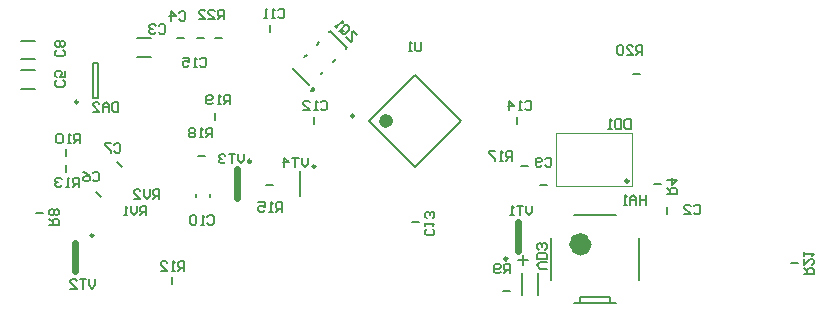
<source format=gbo>
G04 Layer_Color=32896*
%FSLAX44Y44*%
%MOMM*%
G71*
G01*
G75*
%ADD22C,0.2500*%
%ADD42C,0.2540*%
%ADD44C,0.2000*%
%ADD46C,0.1000*%
%ADD47C,0.1800*%
%ADD48C,0.1600*%
%ADD77C,0.4000*%
%ADD78C,0.6000*%
%ADD79C,1.0000*%
D22*
X121250Y69000D02*
G03*
X121250Y69000I-1250J0D01*
G01*
X108250Y182000D02*
G03*
X108250Y182000I-1250J0D01*
G01*
X471750Y49250D02*
G03*
X471750Y49250I-1250J0D01*
G01*
X341954Y170222D02*
G03*
X341954Y170222I-1250J0D01*
G01*
X254750Y131750D02*
G03*
X254750Y131750I-1250J0D01*
G01*
X309250Y127500D02*
G03*
X309250Y127500I-1250J0D01*
G01*
D42*
X574414Y115000D02*
G03*
X574414Y115000I-1414J0D01*
G01*
D44*
X60000Y209000D02*
X72000D01*
X60000Y193000D02*
X72000D01*
X158000Y236000D02*
X170000D01*
X158000Y220000D02*
X170000D01*
X120500Y185000D02*
Y215000D01*
X125500Y185000D02*
Y215000D01*
X120500Y185000D02*
X125500D01*
X120500Y215000D02*
X125500D01*
X98000Y136000D02*
Y142000D01*
Y123000D02*
Y129000D01*
X224000Y236000D02*
X230000D01*
X271000Y241000D02*
Y247000D01*
X308000Y163000D02*
Y169000D01*
X607000Y87000D02*
Y93000D01*
X480000Y163000D02*
Y169000D01*
X483000Y128000D02*
X489000D01*
X60000Y234000D02*
X72000D01*
X60000Y218000D02*
X72000D01*
X299565Y219707D02*
X301686Y221828D01*
X310172Y230314D02*
X312293Y232435D01*
X324314Y216172D02*
X326435Y218293D01*
X313707Y205565D02*
X315828Y207686D01*
X334920Y226778D02*
X335981Y227839D01*
X321839Y241981D02*
X335981Y227839D01*
X320778Y240920D02*
X321839Y241981D01*
X304161Y196019D02*
X305045Y196903D01*
X290019Y210161D02*
X304161Y196019D01*
X290019Y210161D02*
X290903Y211045D01*
X354846Y165979D02*
X393737Y204870D01*
Y127088D02*
X432627Y165979D01*
X354846D02*
X393737Y127088D01*
Y204870D02*
X432627Y165979D01*
X220000Y101500D02*
Y104500D01*
X208000Y101500D02*
Y104500D01*
X267000Y112000D02*
X273000D01*
X296000Y102000D02*
Y124000D01*
X210000Y136000D02*
X216000D01*
X224000Y167000D02*
Y173000D01*
X192000Y236000D02*
X198000D01*
X123293Y106121D02*
X127535Y101879D01*
X141163Y130991D02*
X145406Y126749D01*
X73000Y88000D02*
X79000D01*
X468000Y22000D02*
X474000D01*
X596000Y113000D02*
X602000D01*
X578000Y206000D02*
X584000D01*
X712000Y46000D02*
X718000D01*
X499000Y112000D02*
X505000D01*
X391000Y80000D02*
X397000D01*
X209000Y236000D02*
X215000D01*
X188000Y28000D02*
Y34000D01*
X484000Y19000D02*
Y37000D01*
X498000Y19000D02*
Y37000D01*
X533500Y11500D02*
Y16500D01*
X558500D01*
Y11500D02*
Y16500D01*
X528500Y86500D02*
X563500D01*
X508500Y31500D02*
Y66500D01*
X528500Y11500D02*
X563500D01*
X583500Y31500D02*
Y66500D01*
D46*
X512500Y110500D02*
X577500D01*
X512500D02*
Y155500D01*
X577500D01*
Y110500D02*
Y155500D01*
D47*
X177000Y100000D02*
Y107997D01*
X173001D01*
X171668Y106664D01*
Y103999D01*
X173001Y102666D01*
X177000D01*
X174334D02*
X171668Y100000D01*
X169003Y107997D02*
Y102666D01*
X166337Y100000D01*
X163671Y102666D01*
Y107997D01*
X155674Y100000D02*
X161005D01*
X155674Y105332D01*
Y106664D01*
X157006Y107997D01*
X159672D01*
X161005Y106664D01*
X166000Y86000D02*
Y93997D01*
X162001D01*
X160668Y92664D01*
Y89999D01*
X162001Y88666D01*
X166000D01*
X163334D02*
X160668Y86000D01*
X158003Y93997D02*
Y88666D01*
X155337Y86000D01*
X152671Y88666D01*
Y93997D01*
X150005Y86000D02*
X147339D01*
X148672D01*
Y93997D01*
X150005Y92664D01*
X629668Y93665D02*
X631001Y94997D01*
X633667D01*
X635000Y93665D01*
Y88333D01*
X633667Y87000D01*
X631001D01*
X629668Y88333D01*
X621671Y87000D02*
X627003D01*
X621671Y92332D01*
Y93665D01*
X623004Y94997D01*
X625670D01*
X627003Y93665D01*
X344655Y238655D02*
X340885Y242425D01*
X339943Y241483D01*
Y233943D01*
X339000Y233000D01*
X335230Y236770D01*
X330518Y243368D02*
X334287Y247138D01*
X336172D01*
X338058Y245253D01*
X338058Y243368D01*
X334287Y239597D01*
X332402D01*
X330517Y241483D01*
X333345Y242425D02*
X329575D01*
X330517Y241483D02*
X330518Y243368D01*
X327690Y244310D02*
X325805Y246195D01*
X326747Y245253D01*
X332402Y250908D01*
X332402Y249023D01*
X303000Y134997D02*
Y129666D01*
X300334Y127000D01*
X297668Y129666D01*
Y134997D01*
X295003D02*
X289671D01*
X292337D01*
Y127000D01*
X283006D02*
Y134997D01*
X287005Y130999D01*
X281674D01*
X249000Y137997D02*
Y132666D01*
X246334Y130000D01*
X243668Y132666D01*
Y137997D01*
X241003D02*
X235671D01*
X238337D01*
Y130000D01*
X233005Y136664D02*
X231672Y137997D01*
X229007D01*
X227674Y136664D01*
Y135332D01*
X229007Y133999D01*
X230339D01*
X229007D01*
X227674Y132666D01*
Y131333D01*
X229007Y130000D01*
X231672D01*
X233005Y131333D01*
X123000Y31997D02*
Y26666D01*
X120334Y24000D01*
X117668Y26666D01*
Y31997D01*
X115003D02*
X109671D01*
X112337D01*
Y24000D01*
X101674D02*
X107005D01*
X101674Y29332D01*
Y30665D01*
X103006Y31997D01*
X105672D01*
X107005Y30665D01*
X493000Y93997D02*
Y88666D01*
X490334Y86000D01*
X487668Y88666D01*
Y93997D01*
X485003D02*
X479671D01*
X482337D01*
Y86000D01*
X477005D02*
X474339D01*
X475672D01*
Y93997D01*
X477005Y92664D01*
X504997Y41000D02*
X499666D01*
X497000Y43666D01*
X499666Y46332D01*
X504997D01*
Y48997D02*
X497000D01*
Y52996D01*
X498333Y54329D01*
X503665D01*
X504997Y52996D01*
Y48997D01*
X503665Y56995D02*
X504997Y58328D01*
Y60994D01*
X503665Y62326D01*
X502332D01*
X500999Y60994D01*
Y59661D01*
Y60994D01*
X499666Y62326D01*
X498333D01*
X497000Y60994D01*
Y58328D01*
X498333Y56995D01*
X399000Y232997D02*
Y226333D01*
X397667Y225000D01*
X395001D01*
X393668Y226333D01*
Y232997D01*
X391003Y225000D02*
X388337D01*
X389670D01*
Y232997D01*
X391003Y231665D01*
X109000Y110000D02*
Y117997D01*
X105001D01*
X103668Y116664D01*
Y113999D01*
X105001Y112666D01*
X109000D01*
X106334D02*
X103668Y110000D01*
X101003D02*
X98337D01*
X99670D01*
Y117997D01*
X101003Y116664D01*
X94338D02*
X93005Y117997D01*
X90339D01*
X89007Y116664D01*
Y115332D01*
X90339Y113999D01*
X91672D01*
X90339D01*
X89007Y112666D01*
Y111333D01*
X90339Y110000D01*
X93005D01*
X94338Y111333D01*
X110000Y147000D02*
Y154997D01*
X106001D01*
X104668Y153665D01*
Y150999D01*
X106001Y149666D01*
X110000D01*
X107334D02*
X104668Y147000D01*
X102003D02*
X99337D01*
X100670D01*
Y154997D01*
X102003Y153665D01*
X95338D02*
X94005Y154997D01*
X91339D01*
X90006Y153665D01*
Y148333D01*
X91339Y147000D01*
X94005D01*
X95338Y148333D01*
Y153665D01*
X723000Y36000D02*
X730997D01*
Y39999D01*
X729665Y41332D01*
X726999D01*
X725666Y39999D01*
Y36000D01*
Y38666D02*
X723000Y41332D01*
Y49329D02*
Y43997D01*
X728332Y49329D01*
X729665D01*
X730997Y47996D01*
Y45330D01*
X729665Y43997D01*
X723000Y51995D02*
Y54661D01*
Y53328D01*
X730997D01*
X729665Y51995D01*
X586000Y222000D02*
Y229997D01*
X582001D01*
X580668Y228664D01*
Y225999D01*
X582001Y224666D01*
X586000D01*
X583334D02*
X580668Y222000D01*
X572671D02*
X578003D01*
X572671Y227332D01*
Y228664D01*
X574004Y229997D01*
X576670D01*
X578003Y228664D01*
X570005D02*
X568672Y229997D01*
X566006D01*
X564674Y228664D01*
Y223333D01*
X566006Y222000D01*
X568672D01*
X570005Y223333D01*
Y228664D01*
X607000Y104000D02*
X614997D01*
Y107999D01*
X613665Y109332D01*
X610999D01*
X609666Y107999D01*
Y104000D01*
Y106666D02*
X607000Y109332D01*
Y115996D02*
X614997D01*
X610999Y111997D01*
Y117329D01*
X232000Y252000D02*
Y259997D01*
X228001D01*
X226668Y258664D01*
Y255999D01*
X228001Y254666D01*
X232000D01*
X229334D02*
X226668Y252000D01*
X218671D02*
X224003D01*
X218671Y257332D01*
Y258664D01*
X220004Y259997D01*
X222670D01*
X224003Y258664D01*
X210674Y252000D02*
X216005D01*
X210674Y257332D01*
Y258664D01*
X212006Y259997D01*
X214672D01*
X216005Y258664D01*
X237000Y180000D02*
Y187997D01*
X233001D01*
X231668Y186665D01*
Y183999D01*
X233001Y182666D01*
X237000D01*
X234334D02*
X231668Y180000D01*
X229003D02*
X226337D01*
X227670D01*
Y187997D01*
X229003Y186665D01*
X222338Y181333D02*
X221005Y180000D01*
X218339D01*
X217006Y181333D01*
Y186665D01*
X218339Y187997D01*
X221005D01*
X222338Y186665D01*
Y185332D01*
X221005Y183999D01*
X217006D01*
X222000Y152000D02*
Y159997D01*
X218001D01*
X216668Y158665D01*
Y155999D01*
X218001Y154666D01*
X222000D01*
X219334D02*
X216668Y152000D01*
X214003D02*
X211337D01*
X212670D01*
Y159997D01*
X214003Y158665D01*
X207338D02*
X206005Y159997D01*
X203339D01*
X202006Y158665D01*
Y157332D01*
X203339Y155999D01*
X202006Y154666D01*
Y153333D01*
X203339Y152000D01*
X206005D01*
X207338Y153333D01*
Y154666D01*
X206005Y155999D01*
X207338Y157332D01*
Y158665D01*
X206005Y155999D02*
X203339D01*
X475773Y132361D02*
Y140359D01*
X471774D01*
X470441Y139026D01*
Y136360D01*
X471774Y135027D01*
X475773D01*
X473107D02*
X470441Y132361D01*
X467775D02*
X465109D01*
X466442D01*
Y140359D01*
X467775Y139026D01*
X461110Y140359D02*
X455779D01*
Y139026D01*
X461110Y133694D01*
Y132361D01*
X281000Y89000D02*
Y96997D01*
X277001D01*
X275668Y95665D01*
Y92999D01*
X277001Y91666D01*
X281000D01*
X278334D02*
X275668Y89000D01*
X273003D02*
X270337D01*
X271670D01*
Y96997D01*
X273003Y95665D01*
X261006Y96997D02*
X266338D01*
Y92999D01*
X263672Y94332D01*
X262339D01*
X261006Y92999D01*
Y90333D01*
X262339Y89000D01*
X265005D01*
X266338Y90333D01*
X198364Y39036D02*
Y47034D01*
X194365D01*
X193032Y45701D01*
Y43035D01*
X194365Y41702D01*
X198364D01*
X195698D02*
X193032Y39036D01*
X190366D02*
X187700D01*
X189033D01*
Y47034D01*
X190366Y45701D01*
X178370Y39036D02*
X183702D01*
X178370Y44368D01*
Y45701D01*
X179703Y47034D01*
X182369D01*
X183702Y45701D01*
X84000Y78000D02*
X91997D01*
Y81999D01*
X90665Y83332D01*
X87999D01*
X86666Y81999D01*
Y78000D01*
Y80666D02*
X84000Y83332D01*
X90665Y85997D02*
X91997Y87330D01*
Y89996D01*
X90665Y91329D01*
X89332D01*
X87999Y89996D01*
X86666Y91329D01*
X85333D01*
X84000Y89996D01*
Y87330D01*
X85333Y85997D01*
X86666D01*
X87999Y87330D01*
X89332Y85997D01*
X90665D01*
X87999Y87330D02*
Y89996D01*
X474000Y37000D02*
Y44997D01*
X470001D01*
X468668Y43664D01*
Y40999D01*
X470001Y39666D01*
X474000D01*
X471334D02*
X468668Y37000D01*
X466003Y38333D02*
X464670Y37000D01*
X462004D01*
X460671Y38333D01*
Y43664D01*
X462004Y44997D01*
X464670D01*
X466003Y43664D01*
Y42332D01*
X464670Y40999D01*
X460671D01*
X589000Y102997D02*
Y95000D01*
Y98999D01*
X583668D01*
Y102997D01*
Y95000D01*
X581003D02*
Y100332D01*
X578337Y102997D01*
X575671Y100332D01*
Y95000D01*
Y98999D01*
X581003D01*
X573005Y95000D02*
X570339D01*
X571672D01*
Y102997D01*
X573005Y101664D01*
X576000Y167497D02*
Y159500D01*
X572001D01*
X570668Y160833D01*
Y166164D01*
X572001Y167497D01*
X576000D01*
X568003D02*
Y159500D01*
X564004D01*
X562671Y160833D01*
Y166164D01*
X564004Y167497D01*
X568003D01*
X560005Y159500D02*
X557339D01*
X558672D01*
Y167497D01*
X560005Y166164D01*
X142371Y181747D02*
Y173750D01*
X138372D01*
X137039Y175083D01*
Y180415D01*
X138372Y181747D01*
X142371D01*
X134374Y173750D02*
Y179082D01*
X131708Y181747D01*
X129042Y179082D01*
Y173750D01*
Y177749D01*
X134374D01*
X121045Y173750D02*
X126376D01*
X121045Y179082D01*
Y180415D01*
X122378Y181747D01*
X125043D01*
X126376Y180415D01*
X211441Y218293D02*
X212774Y219626D01*
X215440D01*
X216772Y218293D01*
Y212962D01*
X215440Y211629D01*
X212774D01*
X211441Y212962D01*
X208775Y211629D02*
X206109D01*
X207442D01*
Y219626D01*
X208775Y218293D01*
X196779Y219626D02*
X202111D01*
Y215628D01*
X199445Y216961D01*
X198112D01*
X196779Y215628D01*
Y212962D01*
X198112Y211629D01*
X200778D01*
X202111Y212962D01*
X486668Y181665D02*
X488001Y182997D01*
X490667D01*
X492000Y181665D01*
Y176333D01*
X490667Y175000D01*
X488001D01*
X486668Y176333D01*
X484003Y175000D02*
X481337D01*
X482670D01*
Y182997D01*
X484003Y181665D01*
X473339Y175000D02*
Y182997D01*
X477338Y178999D01*
X472006D01*
X408665Y74332D02*
X409997Y72999D01*
Y70333D01*
X408665Y69000D01*
X403333D01*
X402000Y70333D01*
Y72999D01*
X403333Y74332D01*
X402000Y76997D02*
Y79663D01*
Y78330D01*
X409997D01*
X408665Y76997D01*
Y83662D02*
X409997Y84995D01*
Y87661D01*
X408665Y88994D01*
X407332D01*
X405999Y87661D01*
Y86328D01*
Y87661D01*
X404666Y88994D01*
X403333D01*
X402000Y87661D01*
Y84995D01*
X403333Y83662D01*
X313668Y181665D02*
X315001Y182997D01*
X317667D01*
X319000Y181665D01*
Y176333D01*
X317667Y175000D01*
X315001D01*
X313668Y176333D01*
X311003Y175000D02*
X308337D01*
X309670D01*
Y182997D01*
X311003Y181665D01*
X299006Y175000D02*
X304338D01*
X299006Y180332D01*
Y181665D01*
X300339Y182997D01*
X303005D01*
X304338Y181665D01*
X277668Y259664D02*
X279001Y260997D01*
X281667D01*
X283000Y259664D01*
Y254333D01*
X281667Y253000D01*
X279001D01*
X277668Y254333D01*
X275003Y253000D02*
X272337D01*
X273670D01*
Y260997D01*
X275003Y259664D01*
X268338Y253000D02*
X265672D01*
X267005D01*
Y260997D01*
X268338Y259664D01*
X503668Y133665D02*
X505001Y134997D01*
X507667D01*
X509000Y133665D01*
Y128333D01*
X507667Y127000D01*
X505001D01*
X503668Y128333D01*
X501003D02*
X499670Y127000D01*
X497004D01*
X495671Y128333D01*
Y133665D01*
X497004Y134997D01*
X499670D01*
X501003Y133665D01*
Y132332D01*
X499670Y130999D01*
X495671D01*
X95822Y225888D02*
X97155Y224555D01*
Y221889D01*
X95822Y220556D01*
X90490D01*
X89157Y221889D01*
Y224555D01*
X90490Y225888D01*
X95822Y228554D02*
X97155Y229887D01*
Y232553D01*
X95822Y233885D01*
X94489D01*
X93156Y232553D01*
X91823Y233885D01*
X90490D01*
X89157Y232553D01*
Y229887D01*
X90490Y228554D01*
X91823D01*
X93156Y229887D01*
X94489Y228554D01*
X95822D01*
X93156Y229887D02*
Y232553D01*
X138668Y145665D02*
X140001Y146997D01*
X142667D01*
X144000Y145665D01*
Y140333D01*
X142667Y139000D01*
X140001D01*
X138668Y140333D01*
X136003Y146997D02*
X130671D01*
Y145665D01*
X136003Y140333D01*
Y139000D01*
X120668Y121664D02*
X122001Y122997D01*
X124667D01*
X126000Y121664D01*
Y116333D01*
X124667Y115000D01*
X122001D01*
X120668Y116333D01*
X112671Y122997D02*
X115337Y121664D01*
X118003Y118999D01*
Y116333D01*
X116670Y115000D01*
X114004D01*
X112671Y116333D01*
Y117666D01*
X114004Y118999D01*
X118003D01*
X95665Y200332D02*
X96997Y198999D01*
Y196333D01*
X95665Y195000D01*
X90333D01*
X89000Y196333D01*
Y198999D01*
X90333Y200332D01*
X96997Y208329D02*
Y202997D01*
X92999D01*
X94332Y205663D01*
Y206996D01*
X92999Y208329D01*
X90333D01*
X89000Y206996D01*
Y204330D01*
X90333Y202997D01*
X193668Y257665D02*
X195001Y258997D01*
X197667D01*
X199000Y257665D01*
Y252333D01*
X197667Y251000D01*
X195001D01*
X193668Y252333D01*
X187004Y251000D02*
Y258997D01*
X191003Y254999D01*
X185671D01*
X176668Y246665D02*
X178001Y247997D01*
X180667D01*
X182000Y246665D01*
Y241333D01*
X180667Y240000D01*
X178001D01*
X176668Y241333D01*
X174003Y246665D02*
X172670Y247997D01*
X170004D01*
X168671Y246665D01*
Y245332D01*
X170004Y243999D01*
X171337D01*
X170004D01*
X168671Y242666D01*
Y241333D01*
X170004Y240000D01*
X172670D01*
X174003Y241333D01*
X217668Y84664D02*
X219001Y85997D01*
X221667D01*
X223000Y84664D01*
Y79333D01*
X221667Y78000D01*
X219001D01*
X217668Y79333D01*
X215003Y78000D02*
X212337D01*
X213670D01*
Y85997D01*
X215003Y84664D01*
X208338D02*
X207005Y85997D01*
X204339D01*
X203006Y84664D01*
Y79333D01*
X204339Y78000D01*
X207005D01*
X208338Y79333D01*
Y84664D01*
D48*
X489320Y48035D02*
X480750D01*
X485035Y43750D02*
Y52320D01*
D77*
X307136Y192484D02*
G03*
X307136Y192484I-500J0D01*
G01*
D78*
X371988Y165979D02*
G03*
X371988Y165979I-3000J0D01*
G01*
X106000Y39000D02*
Y63000D01*
X481000Y56000D02*
Y80000D01*
X243000Y101000D02*
Y125000D01*
D79*
X538000Y61500D02*
G03*
X538000Y61500I-4500J0D01*
G01*
M02*

</source>
